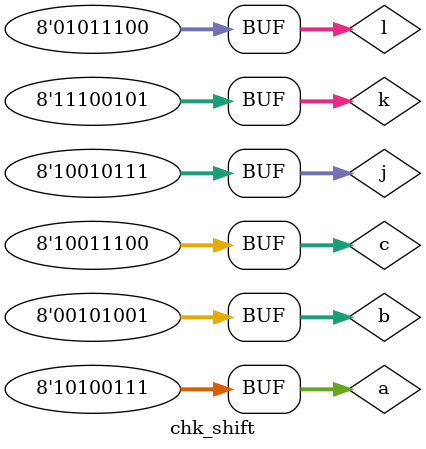
<source format=v>

module chk_shift;
		//declaring variables of reg type
	reg [7:0] a,b,c;
	reg signed [7:0] j,k,l;
		//using initial block for shifting
	initial begin
			//logical shift
		a=8'b10100111;
		b=a>>2;
		c=a<<2;
			//airthmatic shift
		j=8'b10010111;
		k=j>>>2;
		l=j<<<2;
		//end of procedural block
	end
	//end of module
endmodule

</source>
